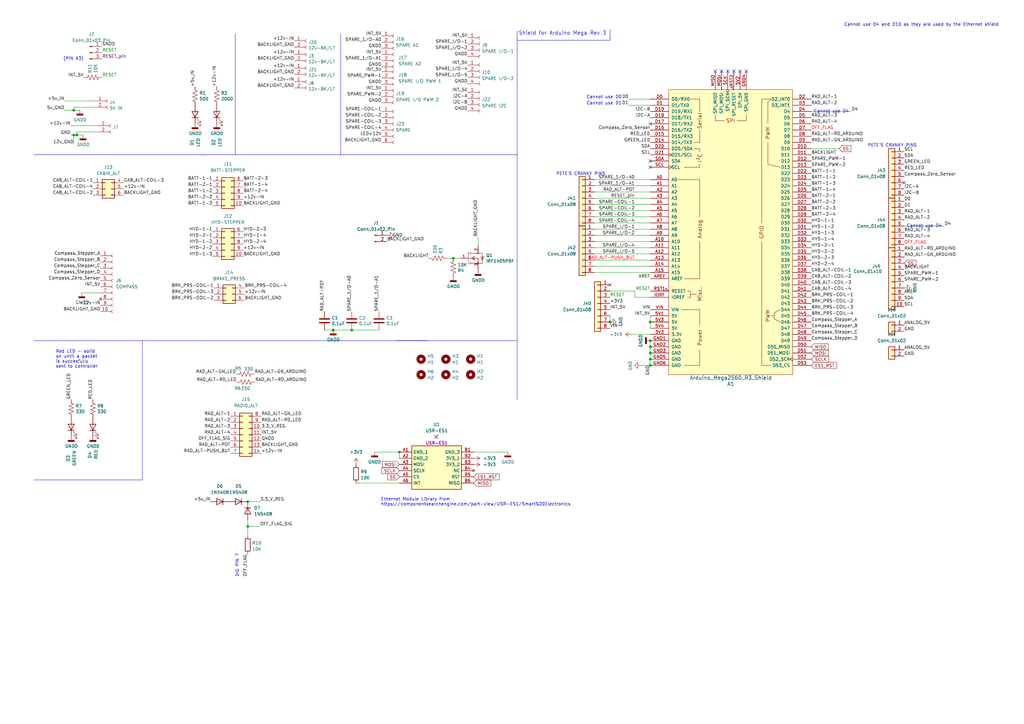
<source format=kicad_sch>
(kicad_sch (version 20231120) (generator "eeschema") (generator_version "8.0")
  (paper "A3")
  (title_block (date "mar. 31 mars 2015"))
  (junction (at 136.652 135.382))
  (junction (at 266.7 139.7))
  (junction (at 266.7 144.78))
  (junction (at 31.496 55.372))
  (junction (at 266.7 149.86))
  (junction (at 30.226 55.372))
  (junction (at 30.226 45.212))
  (junction (at 266.7 147.32))
  (junction (at 101.6 215.9))
  (junction (at 101.6 205.74))
  (junction (at 250.19 132.08))
  (junction (at 185.928 105.918))
  (junction (at 163.83 185.42))
  (junction (at 144.272 135.382))
  (junction (at 266.7 142.24))
  (junction (at 266.7 132.08))
  (no_connect (at 300.99 29.21))
  (no_connect (at 306.07 29.21))
  (no_connect (at 298.45 29.21))
  (no_connect (at 250.19 116.84))
  (no_connect (at 266.7 68.58))
  (no_connect (at 295.91 29.21))
  (no_connect (at 266.7 50.8))
  (no_connect (at 41.148 122.682))
  (no_connect (at 370.84 74.93))
  (no_connect (at 293.37 29.21))
  (no_connect (at 303.53 29.21))
  (no_connect (at 266.7 66.04))
  (polyline (pts (xy 139.7 63.5) (xy 139.7 13.97)))
  (wire (pts (xy 266.7 142.24) (xy 266.7 144.78)))
  (wire (pts (xy 41.148 120.142) (xy 33.528 120.142)))
  (wire (pts (xy 106.68 205.74) (xy 101.6 205.74)))
  (wire (pts (xy 257.81 40.64) (xy 266.7 40.64)))
  (polyline (pts (xy 82.55 63.5) (xy 139.7 63.5)))
  (wire (pts (xy 344.17 60.96) (xy 332.74 60.96)))
  (wire (pts (xy 243.84 81.28) (xy 266.7 81.28)))
  (wire (pts (xy 266.7 129.54) (xy 266.7 132.08)))
  (wire (pts (xy 262.89 149.86) (xy 266.7 149.86)))
  (wire (pts (xy 30.226 43.942) (xy 30.226 45.212)))
  (wire (pts (xy 39.116 43.942) (xy 30.226 43.942)))
  (wire (pts (xy 243.84 76.2) (xy 266.7 76.2)))
  (polyline (pts (xy 162.306 63.5) (xy 212.09 63.5)))
  (wire (pts (xy 243.84 96.52) (xy 266.7 96.52)))
  (polyline (pts (xy 13.97 139.7) (xy 58.42 139.7)))
  (wire (pts (xy 260.35 119.38) (xy 250.19 119.38)))
  (wire (pts (xy 31.496 55.372) (xy 34.036 55.372)))
  (wire (pts (xy 243.84 78.74) (xy 266.7 78.74)))
  (wire (pts (xy 144.272 135.382) (xy 155.448 135.382)))
  (wire (pts (xy 243.84 86.36) (xy 266.7 86.36)))
  (wire (pts (xy 266.7 144.78) (xy 266.7 147.32)))
  (wire (pts (xy 133.096 135.382) (xy 136.652 135.382)))
  (wire (pts (xy 266.7 147.32) (xy 266.7 149.86)))
  (wire (pts (xy 243.84 91.44) (xy 266.7 91.44)))
  (wire (pts (xy 243.84 83.82) (xy 266.7 83.82)))
  (polyline (pts (xy 212.09 163.83) (xy 212.09 12.7)))
  (wire (pts (xy 266.7 139.7) (xy 266.7 142.24)))
  (polyline (pts (xy 250.19 16.51) (xy 250.19 12.065)))
  (wire (pts (xy 243.84 88.9) (xy 266.7 88.9)))
  (wire (pts (xy 243.84 104.14) (xy 266.7 104.14)))
  (wire (pts (xy 30.226 45.212) (xy 32.766 45.212)))
  (wire (pts (xy 266.7 132.08) (xy 266.7 134.62)))
  (polyline (pts (xy 139.7 63.5) (xy 162.306 63.5)))
  (wire (pts (xy 106.68 215.9) (xy 101.6 215.9)))
  (wire (pts (xy 136.652 135.382) (xy 144.272 135.382)))
  (polyline (pts (xy 212.09 16.51) (xy 250.19 16.51)))
  (wire (pts (xy 101.6 215.9) (xy 101.6 213.36)))
  (wire (pts (xy 370.84 92.71) (xy 387.35 92.71)))
  (polyline (pts (xy 58.42 196.85) (xy 58.42 139.7)))
  (wire (pts (xy 146.05 198.12) (xy 163.83 198.12)))
  (wire (pts (xy 185.928 105.918) (xy 188.468 105.918)))
  (wire (pts (xy 28.956 51.562) (xy 40.386 51.562)))
  (polyline (pts (xy 162.306 139.7) (xy 212.09 139.7)))
  (wire (pts (xy 153.67 185.42) (xy 163.83 185.42)))
  (wire (pts (xy 243.84 73.66) (xy 266.7 73.66)))
  (polyline (pts (xy 13.97 63.5) (xy 83.82 63.5)))
  (wire (pts (xy 250.19 129.54) (xy 250.19 132.08)))
  (wire (pts (xy 260.35 119.38) (xy 260.35 121.92)))
  (wire (pts (xy 243.84 93.98) (xy 266.7 93.98)))
  (wire (pts (xy 243.84 111.76) (xy 266.7 111.76)))
  (wire (pts (xy 259.08 137.16) (xy 266.7 137.16)))
  (wire (pts (xy 101.6 219.71) (xy 101.6 215.9)))
  (polyline (pts (xy 13.97 196.85) (xy 58.42 196.85)))
  (wire (pts (xy 243.84 106.68) (xy 266.7 106.68)))
  (wire (pts (xy 332.74 45.72) (xy 349.25 45.72)))
  (wire (pts (xy 243.84 109.22) (xy 266.7 109.22)))
  (wire (pts (xy 30.226 55.372) (xy 30.226 59.182)))
  (wire (pts (xy 183.388 105.918) (xy 185.928 105.918)))
  (wire (pts (xy 243.84 99.06) (xy 266.7 99.06)))
  (wire (pts (xy 243.84 101.6) (xy 266.7 101.6)))
  (polyline (pts (xy 83.82 139.7) (xy 175.26 139.7)))
  (wire (pts (xy 194.31 185.42) (xy 208.28 185.42)))
  (wire (pts (xy 163.83 185.42) (xy 163.83 187.96)))
  (wire (pts (xy 26.416 41.402) (xy 39.116 41.402)))
  (wire (pts (xy 30.226 55.372) (xy 31.496 55.372)))
  (polyline (pts (xy 96.52 63.5) (xy 96.52 13.97)))
  (polyline (pts (xy 58.42 139.7) (xy 83.82 139.7)))
  (wire (pts (xy 26.416 45.212) (xy 30.226 45.212)))
  (wire (pts (xy 31.496 54.102) (xy 31.496 55.372)))
  (wire (pts (xy 257.81 43.18) (xy 266.7 43.18)))
  (wire (pts (xy 28.956 55.372) (xy 30.226 55.372)))
  (wire (pts (xy 260.35 121.92) (xy 266.7 121.92)))
  (wire (pts (xy 196.088 97.028) (xy 196.088 100.838)))
  (wire (pts (xy 40.386 54.102) (xy 31.496 54.102)))
  (text "PETE'S CRANKY PINS" (at 228.092 72.136 0) (effects (font (size 1.27 1.27)) (justify left bottom)))
  (text "Ethernet Module Library from \nhttps://componentsearchengine.com/part-view/USR-ES1/Smart%20Electronics" (at 156.21 207.645 0) (effects (font (size 1.27 1.27)) (justify left bottom)))
  (text "Shield for Arduino Mega Rev 3" (at 212.725 14.605 0) (effects (font (size 1.524 1.524)) (justify left bottom)))
  (text "Cannot use D0" (at 240.538 40.64 0) (effects (font (size 1.27 1.27)) (justify left bottom)))
  (text "(PIN A3)" (at 25.908 24.892 0) (effects (font (size 1.27 1.27)) (justify left bottom)))
  (text "Cannot use D4 and D10 as they are used by the Ethernet shield" (at 346.202 10.922 0) (effects (font (size 1.27 1.27)) (justify left bottom)))
  (text "Red LED - solid\non until a packet\nis succesfully \nsent to controller" (at 22.86 151.13 0) (effects (font (size 1.27 1.27)) (justify left bottom)))
  (text "PETE'S CRANKY PINS" (at 355.854 60.452 0) (effects (font (size 1.27 1.27)) (justify left bottom)))
  (text "Cannot use D4" (at 333.756 46.482 0) (effects (font (size 1.27 1.27)) (justify left bottom)))
  (text "Cannot use D4" (at 371.856 93.472 0) (effects (font (size 1.27 1.27)) (justify left bottom)))
  (text "Cannot use D1" (at 240.538 43.18 0) (effects (font (size 1.27 1.27)) (justify left bottom)))
  (text "DIG PIN 7" (at 98.044 236.728 90) (effects (font (size 1.27 1.27)) (justify left bottom)))
  (label "RAD_ALT-RD_ARDUINO" (at 104.648 156.718 0))
  (label "VIN" (at 266.7 127 180))
  (label "INT_5V" (at 191.77 37.846 180))
  (label "BACKLIGHT" (at 332.74 63.5 0))
  (label "BACKLIGHT_GND" (at 120.65 30.48 180))
  (label "SPARE-COIL-4" (at 260.35 91.44 180))
  (label "SPARE_PWM-2" (at 156.464 39.624 180))
  (label "INT_5V" (at 107.188 178.308 0))
  (label "+5v_IN" (at 86.36 205.74 180))
  (label "I2C-A" (at 266.7 48.26 180))
  (label "GNDD" (at 191.77 23.114 180))
  (label "BATT-2-2" (at 332.74 83.82 0))
  (label "RAD_ALT-RD_LED" (at 97.028 156.718 180))
  (label "Compass_Stepper_C" (at 332.74 137.16 0))
  (label "CAB_ALT-COIL-1" (at 332.74 111.76 0))
  (label "D1" (at 370.84 85.09 0))
  (label "RAD_ALT-GN_ARDUINO" (at 332.74 58.42 0))
  (label "RAD_ALT-4" (at 332.74 50.8 0))
  (label "RED_LED" (at 266.7 55.88 180))
  (label "CAB_ALT-COIL-1" (at 38.1 74.93 180))
  (label "OFF_FLAG" (at 332.74 53.34 0))
  (label "GND" (at 28.956 55.372 180))
  (label "SPARE_I{slash}O-5" (at 191.77 31.75 180))
  (label "HYD-2-2" (at 332.74 104.14 0))
  (label "BACKLIGHT_GND" (at 158.75 99.06 0))
  (label "INT_5V" (at 250.19 127 0))
  (label "RAD_ALT-2" (at 94.488 173.228 180))
  (label "SCL" (at 266.7 63.5 180))
  (label "SPARE_1{slash}O-A1" (at 260.35 76.2 180))
  (label "BATT-1-4" (at 99.822 76.708 0))
  (label "CAB_ALT-COIL-3" (at 50.8 74.93 0))
  (label "D0" (at 257.81 40.64 180))
  (label "SPARE_PWM-1" (at 156.464 32.004 180))
  (label "Compass_Stepper_C" (at 41.148 109.982 180))
  (label "SPARE-COIL-3" (at 156.464 50.8 180))
  (label "RAD_ALT-PUSH_BUT" (at 94.488 185.928 180))
  (label "BACKLIGHT_GND" (at 156.464 58.42 180))
  (label "3.3_V_REG" (at 106.68 205.74 0))
  (label "INT_5V" (at 34.29 31.75 180))
  (label "SDA" (at 370.84 64.77 0))
  (label "BRK_PRS-COIL-1" (at 332.74 121.92 0))
  (label "HYD-1-3" (at 332.74 96.52 0))
  (label "+12v-IN" (at 41.148 125.222 180))
  (label "SPARE_1{slash}O-A1" (at 156.464 24.892 180))
  (label "HYD-2-1" (at 332.74 101.6 0))
  (label "BACKLIGHT" (at 370.84 110.49 0))
  (label "HYD-2-4" (at 332.74 109.22 0))
  (label "BATT-2-4" (at 332.74 88.9 0))
  (label "BATT-2-3" (at 99.822 74.168 0))
  (label "BACKLIGHT_GND" (at 99.822 105.156 0))
  (label "VIN" (at 250.19 134.62 0))
  (label "BACKLIGHT_GND" (at 41.148 127.762 180))
  (label "Compass_Zero_Sensor" (at 370.84 72.39 0))
  (label "SPARE_I{slash}O-2" (at 191.77 20.574 180))
  (label "INT_5V" (at 156.464 37.084 180))
  (label "BRK_PRS-COIL-4" (at 100.33 118.11 0))
  (label "RAD_ALT-RD_LED" (at 107.188 173.228 0))
  (label "Compass_Stepper_D" (at 332.74 139.7 0))
  (label "HYD-2-3" (at 332.74 106.68 0))
  (label "HYD-2-3" (at 99.822 94.996 0))
  (label "AREF" (at 370.84 120.65 0))
  (label "BACKLIGHT_GND" (at 120.65 19.304 180))
  (label "ANALOG_5V" (at 370.84 133.35 0))
  (label "INT_5V" (at 191.77 15.494 180))
  (label "SDA" (at 266.7 60.96 180))
  (label "SPARE-COIL-4" (at 156.464 53.34 180))
  (label "+5v_IN" (at 26.416 41.402 180))
  (label "BACKLIGHT_GND" (at 196.088 97.028 90))
  (label "OFF_FLAG" (at 370.84 100.33 0))
  (label "SPARE_I{slash}O-5" (at 260.35 104.14 180))
  (label "INT_5V" (at 156.464 29.464 180))
  (label "GNDD" (at 191.77 34.29 180))
  (label "BACKLIGHT" (at 175.768 105.918 180))
  (label "GNDD" (at 156.464 42.164 180))
  (label "+3V3" (at 250.19 124.46 0))
  (label "HYD-1-4" (at 332.74 99.06 0))
  (label "HYD-1-4" (at 99.822 97.536 0))
  (label "SPARE_I{slash}O-4" (at 191.77 29.21 180))
  (label "HYD-1-1" (at 87.122 94.996 180))
  (label "SPARE_PWM-2" (at 370.84 115.57 0))
  (label "HYD-2-4" (at 99.822 100.076 0))
  (label "RAD_ALT-RD_ARDUINO" (at 370.84 102.87 0))
  (label "D4" (at 349.25 45.72 0))
  (label "AREF" (at 266.7 114.3 180))
  (label "SPARE-COIL-1" (at 156.464 45.72 180))
  (label "RAD_ALT-POT" (at 133.096 127.762 90))
  (label "BATT-2-3" (at 332.74 86.36 0))
  (label "GNDD" (at 107.188 180.848 0))
  (label "12v_GND" (at 30.226 59.182 180))
  (label "Compass_Zero_Sensor" (at 266.7 53.34 180))
  (label "BATT-1-3" (at 332.74 76.2 0))
  (label "BATT-1-1" (at 332.74 71.12 0))
  (label "BATT-1-2" (at 332.74 73.66 0))
  (label "RAD_ALT-GN_ARDUINO" (at 370.84 105.41 0))
  (label "ANALOG_5V" (at 370.84 143.51 0))
  (label "Compass_Stepper_B" (at 332.74 134.62 0))
  (label "RESET_pin" (at 41.91 24.13 0))
  (label "BACKLIGHT_GND" (at 107.188 183.388 0))
  (label "RAD_ALT-1" (at 94.488 170.688 180))
  (label "SPARE_1{slash}O-A0" (at 144.272 127.762 90))
  (label "HYD-1-1" (at 332.74 91.44 0))
  (label "Compass_Stepper_A" (at 332.74 132.08 0))
  (label "GND" (at 266.7 149.86 270))
  (label "HYD-1-2" (at 87.122 100.076 180))
  (label "GREEN_LED" (at 266.7 58.42 180))
  (label "BATT-1-3" (at 87.122 84.328 180))
  (label "BATT-1-2" (at 87.122 79.248 180))
  (label "GNDD" (at 156.464 19.812 180))
  (label "SDA" (at 370.84 123.19 0))
  (label "BACKLIGHT_GND" (at 120.65 24.892 180))
  (label "SPARE_1{slash}O-A1" (at 155.448 127.762 90))
  (label "D1" (at 257.81 43.18 180))
  (label "RAD_ALT-1" (at 332.74 40.64 0))
  (label "BRK_PRS-COIL-3" (at 332.74 127 0))
  (label "GNDD" (at 41.91 19.05 0))
  (label "SPARE_I{slash}O-2" (at 260.35 96.52 180))
  (label "SPARE_PWM-2" (at 332.74 68.58 0))
  (label "INT_5V" (at 191.77 26.67 180))
  (label "3.3_V_REG" (at 107.188 175.768 0))
  (label "SCL" (at 370.84 125.73 0))
  (label "OFF_FLAG" (at 101.6 227.33 270))
  (label "RAD_ALT-GN_LED" (at 96.774 153.416 180))
  (label "I2C-A" (at 191.77 40.386 180))
  (label "SPARE_I{slash}O-1" (at 260.35 93.98 180))
  (label "RAD_ALT-4" (at 94.488 178.308 180))
  (label "SPARE_PWM-1" (at 370.84 113.03 0))
  (label "BATT-2-2" (at 87.122 81.788 180))
  (label "I2C-B" (at 370.84 80.01 0))
  (label "+12v-IN" (at 120.65 27.94 180))
  (label "RED_LED" (at 370.84 69.85 0))
  (label "OFF_FLAG_SIG" (at 94.488 180.848 180))
  (label "CAB_ALT-COIL-4" (at 38.1 77.47 180))
  (label "+12v-IN" (at 120.65 33.528 180))
  (label "+12v-IN" (at 120.65 22.352 180))
  (label "BACKLIGHT_GND" (at 99.822 84.328 0))
  (label "CAB_ALT-COIL-3" (at 332.74 116.84 0))
  (label "HYD-1-3" (at 87.122 105.156 180))
  (label "BACKLIGHT_GND" (at 100.33 123.19 0))
  (label "+12v-IN" (at 99.822 102.616 0))
  (label "LED+12V" (at 156.464 55.88 180))
  (label "SPARE_I{slash}O-1" (at 191.77 18.034 180))
  (label "SPARE-COIL-2" (at 260.35 86.36 180))
  (label "GND" (at 370.84 146.05 0))
  (label "RAD_ALT-3" (at 94.488 175.768 180))
  (label "GNDD" (at 156.464 27.432 180))
  (label "I2C-B" (at 191.77 42.926 180))
  (label "+12v-IN" (at 120.65 16.764 180))
  (label "5v_GND" (at 26.416 45.212 180))
  (label "BATT-2-1" (at 332.74 81.28 0))
  (label "I2C-B" (at 266.7 45.72 180))
  (label "RAD_ALT-POT" (at 260.35 78.74 180))
  (label "SPARE_1{slash}O-A0" (at 156.464 17.272 180))
  (label "GREEN_LED" (at 370.84 67.31 0))
  (label "BACKLIGHT_GND" (at 50.8 80.01 0))
  (label "BRK_PRS-COIL-4" (at 332.74 129.54 0))
  (label "BATT-2-4" (at 99.822 79.248 0))
  (label "RAD_ALT-3" (at 370.84 95.25 0))
  (label "BATT-2-1" (at 87.122 76.708 180))
  (label "CAB_ALT-COIL-2" (at 38.1 80.01 180))
  (label "+5v_IN" (at 80.01 35.56 90))
  (label "INT_5V" (at 156.464 14.732 180))
  (label "RAD_ALT-4" (at 370.84 97.79 0))
  (label "GNDD" (at 156.464 34.544 180))
  (label "D0" (at 370.84 82.55 0))
  (label "SPARE_1{slash}O-A0" (at 260.35 73.66 180))
  (label "BRK_PRS-COIL-3" (at 87.63 120.65 180))
  (label "HYD-2-1" (at 87.122 97.536 180))
  (label "SPARE-COIL-2" (at 156.464 48.26 180))
  (label "INT_5V" (at 41.148 117.602 180))
  (label "D4" (at 387.35 92.71 0))
  (label "+12v-IN" (at 28.956 51.562 180))
  (label "BRK_PRS-COIL-1" (at 87.63 118.11 180))
  (label "RAD_ALT-PUSH_BUT" (at 260.35 106.68 180))
  (label "HYD-1-2" (at 332.74 93.98 0))
  (label "RAD_ALT-RD_ARDUINO" (at 332.74 55.88 0))
  (label "INT_5V" (at 156.464 22.352 180))
  (label "RAD_ALT-GN_LED" (at 107.188 170.688 0))
  (label "CAB_ALT-COIL-4" (at 332.74 119.38 0))
  (label "INT_5V" (at 266.7 129.54 180))
  (label "RESET" (at 41.91 21.59 0))
  (label "OFF_FLAG_SIG" (at 106.68 215.9 0))
  (label "+12v-IN" (at 100.33 120.65 0))
  (label "BATT-1-1" (at 87.122 74.168 180))
  (label "RAD_ALT-1" (at 370.84 87.63 0))
  (label "GND" (at 370.84 135.89 0))
  (label "GNDD" (at 191.77 45.466 180))
  (label "RAD_ALT-2" (at 332.74 43.18 0))
  (label "GREEN_LED" (at 29.21 163.83 90))
  (label "HYD-2-2" (at 87.122 102.616 180))
  (label "SCL" (at 370.84 62.23 0))
  (label "RESET" (at 266.7 119.38 180))
  (label "RAD_ALT-POT" (at 94.488 183.388 180))
  (label "SPARE_PWM-1" (at 332.74 66.04 0))
  (label "BACKLIGHT_GND" (at 120.65 36.068 180))
  (label "+12v-IN" (at 50.8 77.47 0))
  (label "BRK_PRS-COIL-2" (at 87.63 123.19 180))
  (label "RAD_ALT-GN_ARDUINO" (at 104.394 153.416 0))
  (label "SPARE-COIL-3" (at 260.35 88.9 180))
  (label "+12v-IN" (at 99.822 81.788 0))
  (label "SPARE-COIL-1" (at 260.35 83.82 180))
  (label "RESET" (at 250.19 121.92 0))
  (label "Compass_Stepper_B" (at 41.148 107.442 180))
  (label "CAB_ALT-COIL-2" (at 332.74 114.3 0))
  (label "RESET" (at 41.91 31.75 0))
  (label "+12v-IN" (at 88.9 35.56 90))
  (label "+12v-IN" (at 107.188 185.928 0))
  (label "BRK_PRS-COIL-2" (at 332.74 124.46 0))
  (label "Compass_Stepper_A" (at 41.148 104.902 180))
  (label "BATT-1-4" (at 332.74 78.74 0))
  (label "RAD_ALT-2" (at 370.84 90.17 0))
  (label "RAD_ALT-3" (at 332.74 48.26 0))
  (label "RESET_pin" (at 260.35 81.28 180))
  (label "I2C-A" (at 370.84 77.47 0))
  (label "Compass_Stepper_D" (at 41.148 112.522 180))
  (label "RED_LED" (at 38.1 163.83 90))
  (label "SPARE_I{slash}O-4" (at 260.35 101.6 180))
  (label "Compass_Zero_Sensor" (at 41.148 115.062 180))
  (global_label "SS" (shape input) (at 344.17 60.96 0) (property "Intersheetrefs" "${INTERSHEET_REFS}" (effects (hide yes))))
  (global_label "MISO" (shape input) (at 332.74 142.24 0) (property "Intersheetrefs" "${INTERSHEET_REFS}" (effects (hide yes))))
  (global_label "SCLK" (shape input) (at 332.74 147.32 0) (property "Intersheetrefs" "${INTERSHEET_REFS}" (effects (hide yes))))
  (global_label "SCLK" (shape input) (at 163.83 193.04 180) (property "Intersheetrefs" "${INTERSHEET_REFS}" (effects (hide yes))))
  (global_label "MISO" (shape input) (at 194.31 198.12 0) (property "Intersheetrefs" "${INTERSHEET_REFS}" (effects (hide yes))))
  (global_label "ES1_RST" (shape input) (at 332.74 149.86 0) (property "Intersheetrefs" "${INTERSHEET_REFS}" (effects (hide yes))))
  (global_label "SS" (shape input) (at 370.84 107.95 0) (property "Intersheetrefs" "${INTERSHEET_REFS}" (effects (hide yes))))
  (global_label "ES1_RST" (shape input) (at 194.31 195.58 0) (property "Intersheetrefs" "${INTERSHEET_REFS}" (effects (hide yes))))
  (global_label "SS" (shape input) (at 163.83 195.58 180) (property "Intersheetrefs" "${INTERSHEET_REFS}" (effects (hide yes))))
  (global_label "MOSI" (shape input) (at 163.83 190.5 180) (property "Intersheetrefs" "${INTERSHEET_REFS}" (effects (hide yes))))
  (global_label "MOSI" (shape input) (at 332.74 144.78 0) (property "Intersheetrefs" "${INTERSHEET_REFS}" (effects (hide yes))))
  (symbol (lib_id "Connector_Generic:Conn_01x08") (at 238.76 81.28 0) (mirror y) (unit 1)
    (property "Reference" "J41" (at 236.22 81.2799 0) (effects (justify left)))
    (property "Value" "Conn_01x08" (at 236.22 83.8199 0) (effects (justify left)))
    (property "Footprint" "Connector_PinHeader_2.54mm:PinHeader_1x08_P2.54mm_Vertical" (effects (hide yes)))
    (property "Description" "Generic connector, single row, 01x08, script generated (kicad-library-utils/schlib/autogen/connector/)" (effects (hide yes)))
  )
  (symbol (lib_id "Device:C") (at 144.272 131.572 0) (unit 1)
    (property "Reference" "C2" (at 147.193 130.4036 0) (effects (justify left)))
    (property "Value" "0.1uF" (at 147.193 132.715 0) (effects (justify left)))
    (property "Footprint" "Capacitor_THT:C_Disc_D6.0mm_W2.5mm_P5.00mm" (effects (hide yes)))
  )
  (symbol (lib_id "Diode:1N914") (at 101.6 209.55 270) (unit 1)
    (property "Reference" "D7" (at 104.14 208.2799 90) (effects (justify left)))
    (property "Value" "1N5408" (at 104.14 210.8199 90) (effects (justify left)))
    (property "Footprint" "Diode_THT:D_DO-35_SOD27_P7.62mm_Horizontal" (effects (hide yes)))
    (property "Datasheet" "http://www.vishay.com/docs/85622/1n914.pdf" (effects (hide yes)))
    (property "Description" "100V 0.3A Small Signal Fast Switching Diode, DO-35" (effects (hide yes)))
    (property "Sim.Device" "D" (effects (hide yes)))
    (property "Sim.Pins" "1=K 2=A" (effects (hide yes)))
  )
  (symbol (lib_id "power:+3V3") (at 194.31 187.96 270) (unit 1)
    (property "Reference" "#PWR018" (effects (hide yes)))
    (property "Value" "+3V3" (at 198.12 187.9599 90) (effects (justify left)))
  )
  (symbol (lib_id "Connector:Conn_01x03_Female") (at 161.544 39.624 0) (unit 1)
    (property "Reference" "J19" (at 162.306 38.3539 0) (effects (justify left)))
    (property "Value" "SPARE I/O PWM 2" (at 162.306 40.8939 0) (effects (justify left)))
    (property "Footprint" "Connector_Molex:Molex_KK-254_AE-6410-03A_1x03_P2.54mm_Vertical" (effects (hide yes)))
  )
  (symbol (lib_id "Arduino_NW_Template-rescue:GND-power") (at 370.84 118.11 90) (unit 1)
    (property "Reference" "#PWR016" (effects (hide yes)))
    (property "Value" "GND" (at 375.2342 117.983 0))
  )
  (symbol (lib_id "Device:LED") (at 88.9 46.99 90) (unit 1)
    (property "Reference" "D2" (at 87.63 58.42 0))
    (property "Value" "LED" (at 90.17 58.42 0))
    (property "Footprint" "LED_THT:LED_D3.0mm" (effects (hide yes)))
  )
  (symbol (lib_id "Connector:Conn_01x02_Female") (at 125.73 33.528 0) (unit 1)
    (property "Reference" "J8" (at 126.4412 34.1376 0) (effects (justify left)))
    (property "Value" "12v-BK/LT" (at 126.4412 36.449 0) (effects (justify left)))
    (property "Footprint" "Connector_Molex:Molex_KK-254_AE-6410-02A_1x02_P2.54mm_Vertical" (effects (hide yes)))
  )
  (symbol (lib_id "Device:LED") (at 29.21 175.26 90) (unit 1)
    (property "Reference" "D3" (at 27.94 187.96 0))
    (property "Value" "GREEN" (at 30.48 187.96 0))
    (property "Footprint" "LED_THT:LED_D3.0mm" (effects (hide yes)))
  )
  (symbol (lib_id "Device:R_US") (at 38.1 31.75 90) (unit 1)
    (property "Reference" "R11" (at 36.9316 30.0228 0) (effects (justify left)))
    (property "Value" "10K" (at 39.243 30.0228 0) (effects (justify left)))
    (property "Footprint" "Resistor_THT:R_Axial_DIN0204_L3.6mm_D1.6mm_P7.62mm_Horizontal" (effects (hide yes)))
  )
  (symbol (lib_id "Device:R_US") (at 185.928 109.728 0) (mirror x) (unit 1)
    (property "Reference" "R4" (at 187.6552 110.8964 0) (effects (justify left)))
    (property "Value" "10K" (at 187.6552 108.585 0) (effects (justify left)))
    (property "Footprint" "Resistor_THT:R_Axial_DIN0204_L3.6mm_D1.6mm_P7.62mm_Horizontal" (effects (hide yes)))
  )
  (symbol (lib_id "Connector:Conn_01x03_Pin") (at 36.83 21.59 0) (unit 1)
    (property "Reference" "J2" (at 37.465 13.97 0))
    (property "Value" "Conn_01x03_Pin" (at 37.465 16.51 0))
    (property "Footprint" "Connector_PinHeader_2.54mm:PinHeader_1x03_P2.54mm_Vertical" (effects (hide yes)))
    (property "Description" "Generic connector, single row, 01x03, script generated" (effects (hide yes)))
  )
  (symbol (lib_id "power:GNDD") (at 33.528 120.142 0) (unit 1)
    (property "Reference" "#PWR0101" (effects (hide yes)))
    (property "Value" "GNDD" (at 33.6296 124.079 0))
  )
  (symbol (lib_id "power:GNDD") (at 136.652 135.382 0) (unit 1)
    (property "Reference" "#PWR013" (effects (hide yes)))
    (property "Value" "GNDD" (at 136.7536 139.319 0))
  )
  (symbol (lib_id "Device:LED") (at 38.1 175.26 90) (unit 1)
    (property "Reference" "D4" (at 36.83 186.69 0))
    (property "Value" "RED" (at 39.37 186.3725 0))
    (property "Footprint" "LED_THT:LED_D3.0mm" (effects (hide yes)))
  )
  (symbol (lib_id "arduino-library:Arduino_Mega2560_R3_Shield") (at 299.72 95.25 0) (unit 1)
    (property "Reference" "A1" (at 299.72 157.48 0) (effects (font (size 1.524 1.524))))
    (property "Value" "Arduino_Mega2560_R3_Shield" (at 299.72 154.94 0) (effects (font (size 1.524 1.524))))
    (property "Footprint" "arduino-kicad-library-master:Arduino_Mega2560_R3_Shield" (effects (hide yes)))
    (property "Datasheet" "https://docs.arduino.cc/hardware/mega-2560" (effects (hide yes)))
    (property "Description" "Shield for Arduino Mega 2560 R3" (effects (hide yes)))
  )
  (symbol (lib_id "Device:R_US") (at 179.578 105.918 270) (mirror x) (unit 1)
    (property "Reference" "R3" (at 180.7464 104.1908 0) (effects (justify left)))
    (property "Value" "330" (at 178.435 104.1908 0) (effects (justify left)))
    (property "Footprint" "Resistor_THT:R_Axial_DIN0204_L3.6mm_D1.6mm_P7.62mm_Horizontal" (effects (hide yes)))
  )
  (symbol (lib_id "Arduino_NW_Template-rescue:GND-power") (at 158.75 96.52 90) (unit 1)
    (property "Reference" "#PWR01" (effects (hide yes)))
    (property "Value" "GND" (at 163.1442 96.393 90))
  )
  (symbol (lib_id "Connector_Generic:Conn_01x10") (at 365.76 113.03 0) (mirror y) (unit 1)
    (property "Reference" "J45" (at 359.41 109.22 0))
    (property "Value" "Conn_01x10" (at 355.854 111.252 0))
    (property "Footprint" "Connector_PinHeader_2.54mm:PinHeader_1x10_P2.54mm_Vertical" (effects (hide yes)))
    (property "Description" "Generic connector, single row, 01x10, script generated (kicad-library-utils/schlib/autogen/connector/)" (effects (hide yes)))
  )
  (symbol (lib_id "Connector_Generic:Conn_01x08") (at 365.76 69.85 0) (mirror y) (unit 1)
    (property "Reference" "J43" (at 363.22 69.8499 0) (effects (justify left)))
    (property "Value" "Conn_01x08" (at 363.22 72.3899 0) (effects (justify left)))
    (property "Footprint" "Connector_PinHeader_2.54mm:PinHeader_1x08_P2.54mm_Vertical" (effects (hide yes)))
    (property "Description" "Generic connector, single row, 01x08, script generated (kicad-library-utils/schlib/autogen/connector/)" (effects (hide yes)))
  )
  (symbol (lib_id "power:GNDD") (at 29.21 179.07 0) (unit 1)
    (property "Reference" "#PWR014" (effects (hide yes)))
    (property "Value" "GNDD" (at 29.3116 183.007 0))
  )
  (symbol (lib_id "Connector_Generic:Conn_01x02") (at 365.76 133.35 0) (mirror y) (unit 1)
    (property "Reference" "J50" (at 365.76 127 0))
    (property "Value" "Conn_01x02" (at 365.76 129.54 0))
    (property "Footprint" "Connector_PinHeader_2.54mm:PinHeader_1x02_P2.54mm_Vertical" (effects (hide yes)))
    (property "Description" "Generic connector, single row, 01x02, script generated (kicad-library-utils/schlib/autogen/connector/)" (effects (hide yes)))
  )
  (symbol (lib_id "power:GNDD") (at 38.1 179.07 0) (unit 1)
    (property "Reference" "#PWR015" (effects (hide yes)))
    (property "Value" "GNDD" (at 38.2016 183.007 0))
  )
  (symbol (lib_id "Hornet-Forward-Output-Upper-Shield-rescue:IRF1405PBF-Mosfet-Hornet-Forward-Output-Upper-Shield-rescue") (at 185.928 105.918 0) (unit 1)
    (property "Reference" "Q1" (at 199.3392 104.7496 0) (effects (justify left)))
    (property "Value" "IRF1405PBF" (at 199.3392 107.061 0) (effects (justify left)))
    (property "Footprint" "Package_TO_SOT_THT:TO-220-3_Vertical" (effects (hide yes)))
    (property "Datasheet" "https://www.infineon.com/dgdl/irf1405pbf.pdf?fileId=5546d462533600a4015355db084a18bb" (effects (hide yes)))
    (property "automotive" "No" (effects (hide yes)))
    (property "category" "Trans" (effects (hide yes)))
    (property "continuous drain current" "169A" (effects (hide yes)))
    (property "depletion mode" "False" (effects (hide yes)))
    (property "device class L1" "Discrete Semiconductors" (effects (hide yes)))
    (property "device class L2" "Transistors" (effects (hide yes)))
    (property "device class L3" "MOSFETs" (effects (hide yes)))
    (property "digikey description" "MOSFET N-CH 55V 169A TO-220AB" (effects (hide yes)))
    (property "digikey part number" "IRF1405PBF-ND" (effects (hide yes)))
    (property "drain to source breakdown voltage" "55V" (effects (hide yes)))
    (property "drain to source resistance" "4.6mΩ" (effects (hide yes)))
    (property "drain to source voltage" "55V" (effects (hide yes)))
    (property "footprint url" "https://www.infineon.com/dgdl/po-to220ab-fp.pdf?fileId=5546d462580663ef0158068cfbee01be" (effects (hide yes)))
    (property "gate charge at vgs" "170nC @ 10V" (effects (hide yes)))
    (property "gate to source voltage" "20V" (effects (hide yes)))
    (property "height" "19.8mm" (effects (hide yes)))
    (property "input capacitace at vds" "5480pF @ 25V" (effects (hide yes)))
    (property "ipc land pattern name" "TO-220" (effects (hide yes)))
    (property "lead free" "Yes" (effects (hide yes)))
    (property "library id" "802d71249bb95e7c" (effects (hide yes)))
    (property "manufacturer" "International Rectifier" (effects (hide yes)))
    (property "max forward diode voltage" "1.3V" (effects (hide yes)))
    (property "max junction temp" "+175°C" (effects (hide yes)))
    (property "mouser description" "MOSFET Operating temperature: -55...+175 °C Housing type: TO-220AB Polarity: N Power dissipation: 330 W" (effects (hide yes)))
    (property "mouser part number" "942-IRF1405PBF" (effects (hide yes)))
    (property "number of N channels" "1" (effects (hide yes)))
    (property "number of channels" "1" (effects (hide yes)))
    (property "package" "TO-220AB" (effects (hide yes)))
    (property "power dissipation" "330W" (effects (hide yes)))
    (property "pulse drain current" "680A" (effects (hide yes)))
    (property "reverse recovery charge" "250nC" (effects (hide yes)))
    (property "reverse recovery time" "88ns" (effects (hide yes)))
    (property "rohs" "Yes" (effects (hide yes)))
    (property "rthja max" "62°C/W" (effects (hide yes)))
    (property "standoff height" "3.37mm" (effects (hide yes)))
    (property "temperature range high" "+175°C" (effects (hide yes)))
    (property "temperature range low" "-55°C" (effects (hide yes)))
    (property "threshold vgs max" "4V" (effects (hide yes)))
    (property "threshold vgs min" "2V" (effects (hide yes)))
    (property "turn off delay time" "130ns" (effects (hide yes)))
    (property "turn on delay time" "13ns" (effects (hide yes)))
  )
  (symbol (lib_id "Connector_Generic:Conn_02x05_Top_Bottom") (at 92.202 100.076 0) (unit 1)
    (property "Reference" "J12" (at 93.472 88.646 0))
    (property "Value" "HYD-STEPPER" (at 93.472 91.186 0))
    (property "Footprint" "Connector_IDC:IDC-Header_2x05_P2.54mm_Vertical" (effects (hide yes)))
  )
  (symbol (lib_id "USR-ES1:USR-ES1") (at 163.83 185.42 0) (unit 1)
    (property "Reference" "U1" (at 179.07 174.1064 0))
    (property "Value" "USR-ES1" (at 179.07 176.6433 0))
    (property "Footprint" "USR-ES1:USRES1" (effects (hide yes)))
    (property "Reference_1" "IC" (at 179.07 179.1802 0))
    (property "Value_1" "USR-ES1" (at 179.07 181.7171 0))
    (property "Footprint_1" "USRES1" (effects (hide yes)))
    (property "Datasheet_1" "https://www.aliexpress.com/item/Free-Shipping-USR-ES1-W5500-Chip-New-SPI-to-LAN-Ethernet-Converter-TCP-IP-Mod/32714438223.html?spm=a2g0s.9042311.0.0.27424c4dBBEz2G" (effects (hide yes)))
    (property "Height" "3" (effects (hide yes)))
    (property "Manufacturer_Name" "Smart Electronics" (effects (hide yes)))
    (property "Manufacturer_Part_Number" "USR-ES1" (effects (hide yes)))
  )
  (symbol (lib_id "Mechanical:MountingHole") (at 193.04 147.32 0) (unit 1)
    (property "Reference" "H1" (at 195.58 146.0499 0) (effects (justify left)))
    (property "Value" "H1" (at 195.58 148.5899 0) (effects (justify left)))
    (property "Footprint" "MountingHole:MountingHole_2.5mm" (effects (hide yes)))
  )
  (symbol (lib_id "Device:R") (at 146.05 194.31 0) (unit 1)
    (property "Reference" "R9" (at 147.828 193.4753 0) (effects (justify left)))
    (property "Value" "10K" (at 147.828 196.0122 0) (effects (justify left)))
    (property "Footprint" "Resistor_THT:R_Axial_DIN0204_L3.6mm_D1.6mm_P7.62mm_Horizontal" (effects (hide yes)))
  )
  (symbol (lib_id "Connector_Generic:Conn_02x07_Top_Bottom") (at 99.568 178.308 0) (unit 1)
    (property "Reference" "J15" (at 100.838 163.83 0))
    (property "Value" "RADIO_ALT" (at 100.838 166.37 0))
    (property "Footprint" "Connector_IDC:IDC-Header_2x07_P2.54mm_Vertical" (effects (hide yes)))
  )
  (symbol (lib_id "Connector_Generic:Conn_02x03_Top_Bottom") (at 92.71 120.65 0) (unit 1)
    (property "Reference" "J14" (at 93.98 111.76 0))
    (property "Value" "BRAKE_PRESS" (at 93.98 114.3 0))
    (property "Footprint" "Connector_IDC:IDC-Header_2x03_P2.54mm_Vertical" (effects (hide yes)))
    (property "Description" "Generic connector, double row, 02x03, top/bottom pin numbering scheme (row 1: 1...pins_per_row, row2: pins_per_row+1 ... num_pins), script generated (kicad-library-utils/schlib/autogen/connector/)" (effects (hide yes)))
  )
  (symbol (lib_id "Arduino_NW_Template-rescue:GND-power") (at 262.89 149.86 270) (unit 1)
    (property "Reference" "#PWR020" (effects (hide yes)))
    (property "Value" "GND" (at 258.4958 149.987 0))
  )
  (symbol (lib_id "Connector:Conn_01x10_Female") (at 46.228 115.062 0) (unit 1)
    (property "Reference" "J6" (at 47.498 115.0619 0) (effects (justify left)))
    (property "Value" "COMPASS" (at 47.498 117.6019 0) (effects (justify left)))
    (property "Footprint" "Connector_Molex:Molex_KK-254_AE-6410-10A_1x10_P2.54mm_Vertical" (effects (hide yes)))
  )
  (symbol (lib_id "Connector_Generic:Conn_02x05_Top_Bottom") (at 92.202 79.248 0) (unit 1)
    (property "Reference" "J11" (at 93.472 67.31 0))
    (property "Value" "BATT-STEPPER" (at 93.472 69.85 0))
    (property "Footprint" "Connector_IDC:IDC-Header_2x05_P2.54mm_Vertical" (effects (hide yes)))
  )
  (symbol (lib_id "Mechanical:MountingHole") (at 182.88 153.67 0) (unit 1)
    (property "Reference" "H4" (at 185.42 152.3999 0) (effects (justify left)))
    (property "Value" "H2" (at 185.42 154.9399 0) (effects (justify left)))
    (property "Footprint" "MountingHole:MountingHole_2.5mm" (effects (hide yes)))
  )
  (symbol (lib_id "Connector:Conn_01x04_Female") (at 196.85 18.034 0) (unit 1)
    (property "Reference" "J9" (at 197.5612 18.4693 0) (effects (justify left)))
    (property "Value" "SPARE I/O-1" (at 197.5612 21.0062 0) (effects (justify left)))
    (property "Footprint" "Connector_Molex:Molex_KK-254_AE-6410-04A_1x04_P2.54mm_Vertical" (effects (hide yes)))
  )
  (symbol (lib_id "Connector:Conn_01x03_Female") (at 161.544 17.272 0) (unit 1)
    (property "Reference" "J16" (at 162.306 16.0019 0) (effects (justify left)))
    (property "Value" "SPARE A1" (at 162.306 18.5419 0) (effects (justify left)))
    (property "Footprint" "Connector_Molex:Molex_KK-254_AE-6410-03A_1x03_P2.54mm_Vertical" (effects (hide yes)))
  )
  (symbol (lib_id "Device:R_US") (at 38.1 167.64 0) (unit 1)
    (property "Reference" "R8" (at 39.8272 166.4716 0) (effects (justify left)))
    (property "Value" "330" (at 39.8272 168.783 0) (effects (justify left)))
    (property "Footprint" "Resistor_THT:R_Axial_DIN0204_L3.6mm_D1.6mm_P7.62mm_Horizontal" (effects (hide yes)))
  )
  (symbol (lib_id "Connector:Conn_01x02_Pin") (at 153.67 96.52 0) (unit 1)
    (property "Reference" "J1" (at 154.305 91.44 0))
    (property "Value" "Conn_01x02_Pin" (at 154.305 93.98 0))
    (property "Footprint" "Connector_PinHeader_2.54mm:PinHeader_1x02_P2.54mm_Vertical" (effects (hide yes)))
    (property "Description" "Generic connector, single row, 01x02, script generated" (effects (hide yes)))
  )
  (symbol (lib_id "Device:R_US") (at 80.01 39.37 0) (unit 1)
    (property "Reference" "R1" (at 81.7372 38.2016 0) (effects (justify left)))
    (property "Value" "500" (at 81.7372 40.513 0) (effects (justify left)))
    (property "Footprint" "Resistor_THT:R_Axial_DIN0204_L3.6mm_D1.6mm_P7.62mm_Horizontal" (effects (hide yes)))
  )
  (symbol (lib_id "Device:R_US") (at 100.838 156.718 90) (unit 1)
    (property "Reference" "R6" (at 98.806 159.258 90) (effects (justify left)))
    (property "Value" "330" (at 102.616 159.258 90) (effects (justify left)))
    (property "Footprint" "Resistor_THT:R_Axial_DIN0204_L3.6mm_D1.6mm_P7.62mm_Horizontal" (effects (hide yes)))
  )
  (symbol (lib_id "Connector:Conn_01x02_Female") (at 44.196 41.402 0) (unit 1)
    (property "Reference" "J4" (at 44.9072 42.0116 0) (effects (justify left)))
    (property "Value" "5V IN" (at 44.9072 44.323 0) (effects (justify left)))
    (property "Footprint" "Connector_BarrelJack:BarrelJack_Horizontal" (effects (hide yes)))
  )
  (symbol (lib_id "power:GNDD") (at 34.036 55.372 0) (unit 1)
    (property "Reference" "#PWR011" (effects (hide yes)))
    (property "Value" "GNDD" (at 34.1376 59.309 0))
  )
  (symbol (lib_id "Connector:Conn_01x04_Female") (at 196.85 29.21 0) (unit 1)
    (property "Reference" "J10" (at 197.5612 29.6453 0) (effects (justify left)))
    (property "Value" "SPARE I/O-2" (at 197.5612 32.1822 0) (effects (justify left)))
    (property "Footprint" "Connector_Molex:Molex_KK-254_AE-6410-04A_1x04_P2.54mm_Vertical" (effects (hide yes)))
  )
  (symbol (lib_id "power:GNDD") (at 185.928 113.538 0) (unit 1)
    (property "Reference" "#PWR06" (effects (hide yes)))
    (property "Value" "GNDD" (at 186.0296 117.475 0))
  )
  (symbol (lib_id "power:GNDD") (at 266.7 139.7 270) (unit 1)
    (property "Reference" "#PWR022" (effects (hide yes)))
    (property "Value" "GNDD" (at 262.763 139.8016 0))
  )
  (symbol (lib_id "Device:R_US") (at 29.21 167.64 0) (unit 1)
    (property "Reference" "R7" (at 30.9372 166.4716 0) (effects (justify left)))
    (property "Value" "330" (at 30.9372 168.783 0) (effects (justify left)))
    (property "Footprint" "Resistor_THT:R_Axial_DIN0204_L3.6mm_D1.6mm_P7.62mm_Horizontal" (effects (hide yes)))
  )
  (symbol (lib_id "Device:C") (at 155.448 131.572 0) (unit 1)
    (property "Reference" "C3" (at 158.369 130.4036 0) (effects (justify left)))
    (property "Value" "0.1uF" (at 158.369 132.715 0) (effects (justify left)))
    (property "Footprint" "Capacitor_THT:C_Disc_D6.0mm_W2.5mm_P5.00mm" (effects (hide yes)))
  )
  (symbol (lib_id "Connector:Conn_01x02_Female") (at 45.466 51.562 0) (unit 1)
    (property "Reference" "J7" (at 46.1772 52.1716 0) (effects (justify left)))
    (property "Value" "STEPPER IN 12-20VDC" (effects (hide yes)))
    (property "Footprint" "Connector_BarrelJack:BarrelJack_Horizontal" (effects (hide yes)))
  )
  (symbol (lib_id "power:GNDD") (at 196.088 110.998 0) (unit 1)
    (property "Reference" "#PWR012" (effects (hide yes)))
    (property "Value" "GNDD" (at 196.1896 114.935 0))
  )
  (symbol (lib_id "Device:LED") (at 80.01 46.99 90) (unit 1)
    (property "Reference" "D1" (at 78.74 58.42 0))
    (property "Value" "LED" (at 81.28 58.42 0))
    (property "Footprint" "LED_THT:LED_D3.0mm" (effects (hide yes)))
  )
  (symbol (lib_id "Device:R") (at 101.6 223.52 0) (unit 1)
    (property "Reference" "R10" (at 103.378 222.6853 0) (effects (justify left)))
    (property "Value" "10K" (at 103.378 225.2222 0) (effects (justify left)))
    (property "Footprint" "Resistor_THT:R_Axial_DIN0204_L3.6mm_D1.6mm_P7.62mm_Horizontal" (effects (hide yes)))
  )
  (symbol (lib_id "Mechanical:MountingHole") (at 182.88 147.32 0) (unit 1)
    (property "Reference" "H3" (at 185.42 146.0499 0) (effects (justify left)))
    (property "Value" "H1" (at 185.42 148.5899 0) (effects (justify left)))
    (property "Footprint" "MountingHole:MountingHole_2.5mm" (effects (hide yes)))
  )
  (symbol (lib_id "power:GNDD") (at 208.28 185.42 0) (unit 1)
    (property "Reference" "#PWR08" (effects (hide yes)))
    (property "Value" "GNDD" (at 208.28 189.4824 0))
  )
  (symbol (lib_id "Mechanical:MountingHole") (at 172.72 147.32 0) (unit 1)
    (property "Reference" "H5" (at 175.26 146.0499 0) (effects (justify left)))
    (property "Value" "H1" (at 175.26 148.5899 0) (effects (justify left)))
    (property "Footprint" "MountingHole:MountingHole_2.5mm" (effects (hide yes)))
  )
  (symbol (lib_id "power:+3V3") (at 259.08 137.16 90) (unit 1)
    (property "Reference" "#PWR017" (effects (hide yes)))
    (property "Value" "+3V3" (at 255.27 137.1599 90) (effects (justify left)))
  )
  (symbol (lib_id "Connector_Generic:Conn_01x02") (at 365.76 143.51 0) (mirror y) (unit 1)
    (property "Reference" "J51" (at 365.76 137.16 0))
    (property "Value" "Conn_01x02" (at 365.76 139.7 0))
    (property "Footprint" "Connector_PinHeader_2.54mm:PinHeader_1x02_P2.54mm_Vertical" (effects (hide yes)))
    (property "Description" "Generic connector, single row, 01x02, script generated (kicad-library-utils/schlib/autogen/connector/)" (effects (hide yes)))
  )
  (symbol (lib_id "Connector_Generic:Conn_01x08") (at 365.76 90.17 0) (mirror y) (unit 1)
    (property "Reference" "J44" (at 363.22 90.1699 0) (effects (justify left)))
    (property "Value" "Conn_01x08" (at 363.22 92.7099 0) (effects (justify left)))
    (property "Footprint" "Connector_PinHeader_2.54mm:PinHeader_1x08_P2.54mm_Vertical" (effects (hide yes)))
    (property "Description" "Generic connector, single row, 01x08, script generated (kicad-library-utils/schlib/autogen/connector/)" (effects (hide yes)))
  )
  (symbol (lib_id "Device:R_US") (at 88.9 39.37 0) (unit 1)
    (property "Reference" "R2" (at 90.6272 38.2016 0) (effects (justify left)))
    (property "Value" "2000" (at 90.6272 40.513 0) (effects (justify left)))
    (property "Footprint" "Resistor_THT:R_Axial_DIN0204_L3.6mm_D1.6mm_P7.62mm_Horizontal" (effects (hide yes)))
  )
  (symbol (lib_id "Connector:Conn_01x02_Female") (at 125.73 16.764 0) (unit 1)
    (property "Reference" "J20" (at 126.4412 17.3736 0) (effects (justify left)))
    (property "Value" "12v-BK/LT" (at 126.4412 19.685 0) (effects (justify left)))
    (property "Footprint" "Connector_Molex:Molex_KK-254_AE-6410-02A_1x02_P2.54mm_Vertical" (effects (hide yes)))
  )
  (symbol (lib_id "Connector:Conn_01x02_Female") (at 125.73 22.352 0) (unit 1)
    (property "Reference" "J3" (at 126.4412 22.9616 0) (effects (justify left)))
    (property "Value" "12v-BK/LT" (at 126.4412 25.273 0) (effects (justify left)))
    (property "Footprint" "Connector_Molex:Molex_KK-254_AE-6410-02A_1x02_P2.54mm_Vertical" (effects (hide yes)))
  )
  (symbol (lib_id "Arduino_NW_Template-rescue:GND-power") (at 250.19 132.08 90) (unit 1)
    (property "Reference" "#PWR04" (effects (hide yes)))
    (property "Value" "GND" (at 254.5842 131.953 0))
  )
  (symbol (lib_id "Connector:Conn_01x06_Female") (at 161.544 50.8 0) (unit 1)
    (property "Reference" "J23" (at 162.306 50.7999 0) (effects (justify left)))
    (property "Value" "SPARE" (at 162.306 53.3399 0) (effects (justify left)))
    (property "Footprint" "Connector_Molex:Molex_KK-254_AE-6410-06A_1x06_P2.54mm_Vertical" (effects (hide yes)))
  )
  (symbol (lib_id "power:GNDD") (at 153.67 185.42 0) (unit 1)
    (property "Reference" "#PWR03" (effects (hide yes)))
    (property "Value" "GNDD" (at 153.67 189.4824 0))
  )
  (symbol (lib_id "Mechanical:MountingHole") (at 193.04 153.67 0) (unit 1)
    (property "Reference" "H2" (at 195.58 152.3999 0) (effects (justify left)))
    (property "Value" "H2" (at 195.58 154.9399 0) (effects (justify left)))
    (property "Footprint" "MountingHole:MountingHole_2.5mm" (effects (hide yes)))
  )
  (symbol (lib_id "power:GNDD") (at 80.01 50.8 0) (unit 1)
    (property "Reference" "#PWR09" (effects (hide yes)))
    (property "Value" "GNDD" (at 80.1116 54.737 0))
  )
  (symbol (lib_id "Connector_Generic:Conn_01x08") (at 238.76 101.6 0) (mirror y) (unit 1)
    (property "Reference" "J42" (at 236.22 101.5999 0) (effects (justify left)))
    (property "Value" "Conn_01x08" (at 236.22 104.1399 0) (effects (justify left)))
    (property "Footprint" "Connector_PinHeader_2.54mm:PinHeader_1x08_P2.54mm_Vertical" (effects (hide yes)))
    (property "Description" "Generic connector, single row, 01x08, script generated (kicad-library-utils/schlib/autogen/connector/)" (effects (hide yes)))
  )
  (symbol (lib_id "power:+3V3") (at 146.05 190.5 0) (unit 1)
    (property "Reference" "#PWR02" (effects (hide yes)))
    (property "Value" "+3V3" (at 146.05 185.42 0))
  )
  (symbol (lib_id "Connector:Conn_01x03_Female") (at 161.544 24.892 0) (unit 1)
    (property "Reference" "J17" (at 163.322 23.6219 0) (effects (justify left)))
    (property "Value" "SPARE A2" (at 163.322 26.1619 0) (effects (justify left)))
    (property "Footprint" "Connector_Molex:Molex_KK-254_AE-6410-03A_1x03_P2.54mm_Vertical" (effects (hide yes)))
  )
  (symbol (lib_id "power:GNDD") (at 32.766 45.212 0) (unit 1)
    (property "Reference" "#PWR07" (effects (hide yes)))
    (property "Value" "GNDD" (at 32.8676 49.149 0))
  )
  (symbol (lib_id "Connector:Conn_01x04_Female") (at 196.85 40.386 0) (unit 1)
    (property "Reference" "J22" (at 197.5612 40.8213 0) (effects (justify left)))
    (property "Value" "SPARE I2C" (at 197.5612 43.3582 0) (effects (justify left)))
    (property "Footprint" "Connector_Molex:Molex_KK-254_AE-6410-04A_1x04_P2.54mm_Vertical" (effects (hide yes)))
  )
  (symbol (lib_id "Connector:Conn_01x03_Female") (at 161.544 32.004 0) (unit 1)
    (property "Reference" "J18" (at 163.322 30.7339 0) (effects (justify left)))
    (property "Value" "SPARE I/O PWM 1" (at 163.322 33.2739 0) (effects (justify left)))
    (property "Footprint" "Connector_Molex:Molex_KK-254_AE-6410-03A_1x03_P2.54mm_Vertical" (effects (hide yes)))
  )
  (symbol (lib_id "Connector_Generic:Conn_01x08") (at 245.11 124.46 0) (mirror y) (unit 1)
    (property "Reference" "J40" (at 242.57 124.4599 0) (effects (justify left)))
    (property "Value" "Conn_01x08" (at 242.57 126.9999 0) (effects (justify left)))
    (property "Footprint" "Connector_PinHeader_2.54mm:PinHeader_1x08_P2.54mm_Vertical" (effects (hide yes)))
    (property "Description" "Generic connector, single row, 01x08, script generated (kicad-library-utils/schlib/autogen/connector/)" (effects (hide yes)))
  )
  (symbol (lib_id "power:GNDD") (at 88.9 50.8 0) (unit 1)
    (property "Reference" "#PWR010" (effects (hide yes)))
    (property "Value" "GNDD" (at 89.0016 54.737 0))
  )
  (symbol (lib_id "Device:R_US") (at 100.584 153.416 90) (unit 1)
    (property "Reference" "R5" (at 99.06 151.13 90) (effects (justify left)))
    (property "Value" "330" (at 103.886 151.384 90) (effects (justify left)))
    (property "Footprint" "Resistor_THT:R_Axial_DIN0204_L3.6mm_D1.6mm_P7.62mm_Horizontal" (effects (hide yes)))
  )
  (symbol (lib_id "Connector:Conn_01x02_Female") (at 125.73 27.94 0) (unit 1)
    (property "Reference" "J21" (at 126.4412 28.5496 0) (effects (justify left)))
    (property "Value" "12v-BK/LT" (at 126.4412 30.861 0) (effects (justify left)))
    (property "Footprint" "Connector_Molex:Molex_KK-254_AE-6410-02A_1x02_P2.54mm_Vertical" (effects (hide yes)))
  )
  (symbol (lib_id "Diode:1N914") (at 97.79 205.74 180) (unit 1)
    (property "Reference" "D5" (at 97.79 199.39 0))
    (property "Value" "1N5408" (at 97.79 201.93 0))
    (property "Footprint" "Diode_THT:D_DO-35_SOD27_P7.62mm_Horizontal" (effects (hide yes)))
    (property "Datasheet" "http://www.vishay.com/docs/85622/1n914.pdf" (effects (hide yes)))
    (property "Description" "100V 0.3A Small Signal Fast Switching Diode, DO-35" (effects (hide yes)))
    (property "Sim.Device" "D" (effects (hide yes)))
    (property "Sim.Pins" "1=K 2=A" (effects (hide yes)))
  )
  (symbol (lib_id "Mechanical:MountingHole") (at 172.72 153.67 0) (unit 1)
    (property "Reference" "H6" (at 175.26 152.3999 0) (effects (justify left)))
    (property "Value" "H2" (at 175.26 154.9399 0) (effects (justify left)))
    (property "Footprint" "MountingHole:MountingHole_2.5mm" (effects (hide yes)))
  )
  (symbol (lib_id "power:+3V3") (at 194.31 190.5 270) (unit 1)
    (property "Reference" "#PWR05" (effects (hide yes)))
    (property "Value" "+3V3" (at 198.12 190.4999 90) (effects (justify left)))
  )
  (symbol (lib_id "Diode:1N914") (at 90.17 205.74 180) (unit 1)
    (property "Reference" "D6" (at 90.17 199.39 0))
    (property "Value" "1N5408" (at 90.17 201.93 0))
    (property "Footprint" "Diode_THT:D_DO-35_SOD27_P7.62mm_Horizontal" (effects (hide yes)))
    (property "Datasheet" "http://www.vishay.com/docs/85622/1n914.pdf" (effects (hide yes)))
    (property "Description" "100V 0.3A Small Signal Fast Switching Diode, DO-35" (effects (hide yes)))
    (property "Sim.Device" "D" (effects (hide yes)))
    (property "Sim.Pins" "1=K 2=A" (effects (hide yes)))
  )
  (symbol (lib_id "Connector_Generic:Conn_02x03_Top_Bottom") (at 43.18 77.47 0) (unit 1)
    (property "Reference" "J13" (at 44.45 68.58 0))
    (property "Value" "CABIN_ALT" (at 44.45 71.12 0))
    (property "Footprint" "Connector_IDC:IDC-Header_2x03_P2.54mm_Vertical" (effects (hide yes)))
    (property "Description" "Generic connector, double row, 02x03, top/bottom pin numbering scheme (row 1: 1...pins_per_row, row2: pins_per_row+1 ... num_pins), script generated (kicad-library-utils/schlib/autogen/connector/)" (effects (hide yes)))
  )
  (symbol (lib_id "Device:C") (at 133.096 131.572 0) (unit 1)
    (property "Reference" "C1" (at 136.017 130.4036 0) (effects (justify left)))
    (property "Value" "0.1uF" (at 136.017 132.715 0) (effects (justify left)))
    (property "Footprint" "Capacitor_THT:C_Disc_D6.0mm_W2.5mm_P5.00mm" (effects (hide yes)))
  )
)
</source>
